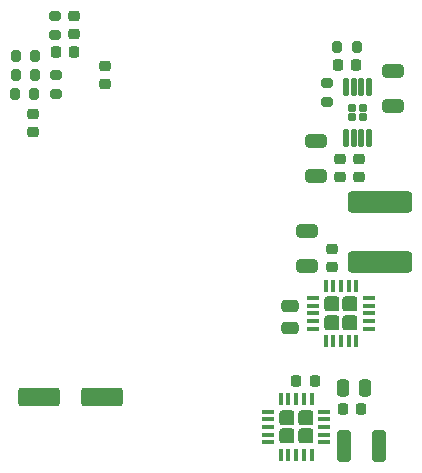
<source format=gbr>
%TF.GenerationSoftware,KiCad,Pcbnew,8.0.3*%
%TF.CreationDate,2024-07-12T17:44:37+02:00*%
%TF.ProjectId,CleanLVSupply,436c6561-6e4c-4565-9375-70706c792e6b,rev?*%
%TF.SameCoordinates,Original*%
%TF.FileFunction,Paste,Bot*%
%TF.FilePolarity,Positive*%
%FSLAX46Y46*%
G04 Gerber Fmt 4.6, Leading zero omitted, Abs format (unit mm)*
G04 Created by KiCad (PCBNEW 8.0.3) date 2024-07-12 17:44:37*
%MOMM*%
%LPD*%
G01*
G04 APERTURE LIST*
G04 Aperture macros list*
%AMRoundRect*
0 Rectangle with rounded corners*
0 $1 Rounding radius*
0 $2 $3 $4 $5 $6 $7 $8 $9 X,Y pos of 4 corners*
0 Add a 4 corners polygon primitive as box body*
4,1,4,$2,$3,$4,$5,$6,$7,$8,$9,$2,$3,0*
0 Add four circle primitives for the rounded corners*
1,1,$1+$1,$2,$3*
1,1,$1+$1,$4,$5*
1,1,$1+$1,$6,$7*
1,1,$1+$1,$8,$9*
0 Add four rect primitives between the rounded corners*
20,1,$1+$1,$2,$3,$4,$5,0*
20,1,$1+$1,$4,$5,$6,$7,0*
20,1,$1+$1,$6,$7,$8,$9,0*
20,1,$1+$1,$8,$9,$2,$3,0*%
G04 Aperture macros list end*
%ADD10RoundRect,0.200000X-0.200000X-0.275000X0.200000X-0.275000X0.200000X0.275000X-0.200000X0.275000X0*%
%ADD11RoundRect,0.200000X-0.275000X0.200000X-0.275000X-0.200000X0.275000X-0.200000X0.275000X0.200000X0*%
%ADD12RoundRect,0.225000X0.250000X-0.225000X0.250000X0.225000X-0.250000X0.225000X-0.250000X-0.225000X0*%
%ADD13RoundRect,0.225000X0.225000X0.250000X-0.225000X0.250000X-0.225000X-0.250000X0.225000X-0.250000X0*%
%ADD14RoundRect,0.200000X0.275000X-0.200000X0.275000X0.200000X-0.275000X0.200000X-0.275000X-0.200000X0*%
%ADD15RoundRect,0.250000X0.650000X-0.325000X0.650000X0.325000X-0.650000X0.325000X-0.650000X-0.325000X0*%
%ADD16RoundRect,0.250000X0.385000X0.385000X-0.385000X0.385000X-0.385000X-0.385000X0.385000X-0.385000X0*%
%ADD17RoundRect,0.087500X0.425000X0.087500X-0.425000X0.087500X-0.425000X-0.087500X0.425000X-0.087500X0*%
%ADD18RoundRect,0.087500X0.087500X0.425000X-0.087500X0.425000X-0.087500X-0.425000X0.087500X-0.425000X0*%
%ADD19RoundRect,0.250000X-0.250000X-0.475000X0.250000X-0.475000X0.250000X0.475000X-0.250000X0.475000X0*%
%ADD20RoundRect,0.157500X-0.222500X0.157500X-0.222500X-0.157500X0.222500X-0.157500X0.222500X0.157500X0*%
%ADD21RoundRect,0.125000X-0.125000X0.600000X-0.125000X-0.600000X0.125000X-0.600000X0.125000X0.600000X0*%
%ADD22RoundRect,0.250000X2.450000X-0.650000X2.450000X0.650000X-2.450000X0.650000X-2.450000X-0.650000X0*%
%ADD23RoundRect,0.200000X0.200000X0.275000X-0.200000X0.275000X-0.200000X-0.275000X0.200000X-0.275000X0*%
%ADD24RoundRect,0.225000X-0.250000X0.225000X-0.250000X-0.225000X0.250000X-0.225000X0.250000X0.225000X0*%
%ADD25RoundRect,0.250000X-1.500000X-0.550000X1.500000X-0.550000X1.500000X0.550000X-1.500000X0.550000X0*%
%ADD26RoundRect,0.225000X-0.225000X-0.250000X0.225000X-0.250000X0.225000X0.250000X-0.225000X0.250000X0*%
%ADD27RoundRect,0.250000X0.385000X-0.385000X0.385000X0.385000X-0.385000X0.385000X-0.385000X-0.385000X0*%
%ADD28RoundRect,0.087500X0.087500X-0.425000X0.087500X0.425000X-0.087500X0.425000X-0.087500X-0.425000X0*%
%ADD29RoundRect,0.087500X0.425000X-0.087500X0.425000X0.087500X-0.425000X0.087500X-0.425000X-0.087500X0*%
%ADD30RoundRect,0.250000X-0.325000X-1.100000X0.325000X-1.100000X0.325000X1.100000X-0.325000X1.100000X0*%
%ADD31RoundRect,0.250000X-0.475000X0.250000X-0.475000X-0.250000X0.475000X-0.250000X0.475000X0.250000X0*%
G04 APERTURE END LIST*
D10*
%TO.C,R1*%
X131175000Y-87900000D03*
X132825000Y-87900000D03*
%TD*%
D11*
%TO.C,R5*%
X134700000Y-86275000D03*
X134700000Y-87925000D03*
%TD*%
D12*
%TO.C,C11*%
X132700000Y-91175000D03*
X132700000Y-89625000D03*
%TD*%
D13*
%TO.C,C42*%
X156575000Y-112200000D03*
X155025000Y-112200000D03*
%TD*%
D14*
%TO.C,R6*%
X157600000Y-88625000D03*
X157600000Y-86975000D03*
%TD*%
D15*
%TO.C,C15*%
X156700000Y-94875000D03*
X156700000Y-91925000D03*
%TD*%
D16*
%TO.C,U4*%
X159590000Y-107290000D03*
X159590000Y-105710000D03*
X158010000Y-107290000D03*
X158010000Y-105710000D03*
D17*
X161162500Y-105200000D03*
X161162500Y-105850000D03*
X161162500Y-106500000D03*
X161162500Y-107150000D03*
X161162500Y-107800000D03*
D18*
X160100000Y-108862500D03*
X159450000Y-108862500D03*
X158800000Y-108862500D03*
X158150000Y-108862500D03*
X157500000Y-108862500D03*
D17*
X156437500Y-107800000D03*
X156437500Y-107150000D03*
X156437500Y-106500000D03*
X156437500Y-105850000D03*
X156437500Y-105200000D03*
D18*
X157500000Y-104137500D03*
X158150000Y-104137500D03*
X158800000Y-104137500D03*
X159450000Y-104137500D03*
X160100000Y-104137500D03*
%TD*%
D19*
%TO.C,C37*%
X158950000Y-112800000D03*
X160850000Y-112800000D03*
%TD*%
D20*
%TO.C,U2*%
X160670000Y-89110000D03*
X159730000Y-89110000D03*
X160670000Y-89890000D03*
X159730000Y-89890000D03*
D21*
X159225000Y-87350000D03*
X159875000Y-87350000D03*
X160525000Y-87350000D03*
X161175000Y-87350000D03*
X161175000Y-91650000D03*
X160525000Y-91650000D03*
X159875000Y-91650000D03*
X159225000Y-91650000D03*
%TD*%
D12*
%TO.C,C26*%
X158000000Y-102575000D03*
X158000000Y-101025000D03*
%TD*%
D10*
%TO.C,R2*%
X131275000Y-84700000D03*
X132925000Y-84700000D03*
%TD*%
D22*
%TO.C,C27*%
X162100000Y-102150000D03*
X162100000Y-97050000D03*
%TD*%
D23*
%TO.C,R4*%
X132925000Y-86300000D03*
X131275000Y-86300000D03*
%TD*%
D11*
%TO.C,R3*%
X134600000Y-81275000D03*
X134600000Y-82925000D03*
%TD*%
D24*
%TO.C,C9*%
X138800000Y-85525000D03*
X138800000Y-87075000D03*
%TD*%
D15*
%TO.C,C17*%
X163200000Y-88900000D03*
X163200000Y-85950000D03*
%TD*%
D25*
%TO.C,C1*%
X133200000Y-113600000D03*
X138600000Y-113600000D03*
%TD*%
D26*
%TO.C,C38*%
X158925000Y-114600000D03*
X160475000Y-114600000D03*
%TD*%
D10*
%TO.C,R8*%
X158475000Y-83900000D03*
X160125000Y-83900000D03*
%TD*%
D12*
%TO.C,C13*%
X160300000Y-94975000D03*
X160300000Y-93425000D03*
%TD*%
%TO.C,C16*%
X158700000Y-94975000D03*
X158700000Y-93425000D03*
%TD*%
D27*
%TO.C,U6*%
X154210000Y-116890000D03*
X155790000Y-116890000D03*
X154210000Y-115310000D03*
X155790000Y-115310000D03*
D28*
X156300000Y-118462500D03*
X155650000Y-118462500D03*
X155000000Y-118462500D03*
X154350000Y-118462500D03*
X153700000Y-118462500D03*
D29*
X152637500Y-117400000D03*
X152637500Y-116750000D03*
X152637500Y-116100000D03*
X152637500Y-115450000D03*
X152637500Y-114800000D03*
D28*
X153700000Y-113737500D03*
X154350000Y-113737500D03*
X155000000Y-113737500D03*
X155650000Y-113737500D03*
X156300000Y-113737500D03*
D29*
X157362500Y-114800000D03*
X157362500Y-115450000D03*
X157362500Y-116100000D03*
X157362500Y-116750000D03*
X157362500Y-117400000D03*
%TD*%
D26*
%TO.C,C12*%
X134625000Y-84400000D03*
X136175000Y-84400000D03*
%TD*%
D12*
%TO.C,C8*%
X136200000Y-82875000D03*
X136200000Y-81325000D03*
%TD*%
D26*
%TO.C,C19*%
X158525000Y-85500000D03*
X160075000Y-85500000D03*
%TD*%
D30*
%TO.C,C39*%
X159025000Y-117700000D03*
X161975000Y-117700000D03*
%TD*%
D15*
%TO.C,C25*%
X155900000Y-102475000D03*
X155900000Y-99525000D03*
%TD*%
D31*
%TO.C,C30*%
X154500000Y-105850000D03*
X154500000Y-107750000D03*
%TD*%
M02*

</source>
